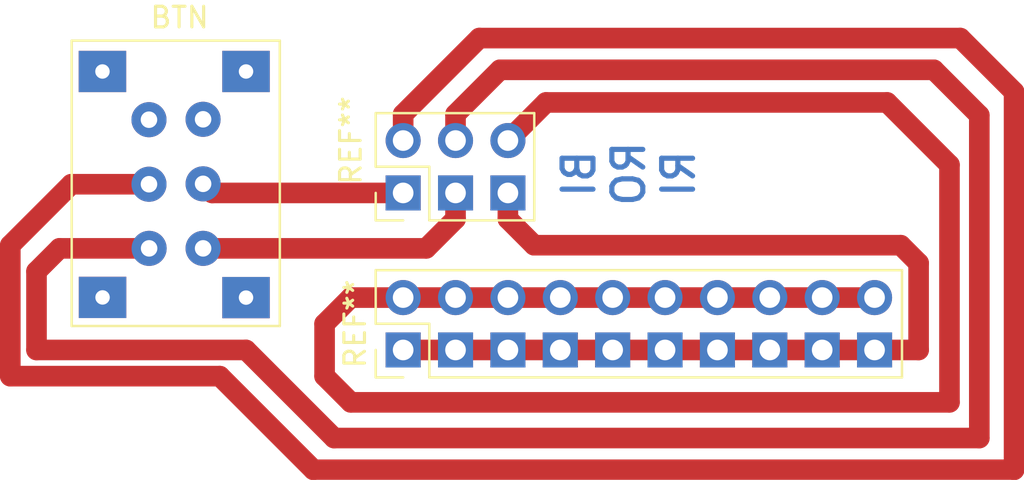
<source format=kicad_pcb>
(kicad_pcb (version 20211014) (generator pcbnew)
  (layers (0 "F.Cu" signal) (31 "B.Cu" signal) (34 "B.Paste" user) (35 "F.Paste" user) (36 "B.SilkS" user "B.Silkscreen") (37 "F.SilkS" user "F.Silkscreen") (38 "B.Mask" user) (39 "F.Mask" user) (44 "Edge.Cuts" user))
  (net 0 "")
  (footprint "Connector_PinHeader_2.54mm:PinHeader_2x10_P2.54mm_Vertical" (layer "F.Cu") (at 93.98 30.48 90)
    (fp_text reference "REF**" (at 1.27 -2.33 90) (layer "F.SilkS"))
    (fp_text value "OUTPUTS")
    (fp_line (start -1.33 1.27) (end -1.33 24.19) (layer "F.SilkS") (width 0.12))
    (fp_line (start -1.33 24.19) (end 3.87 24.19) (layer "F.SilkS") (width 0.12))
    (fp_line (start -1.33 0) (end -1.33 -1.33) (layer "F.SilkS") (width 0.12))
    (fp_line (start -1.33 -1.33) (end 0 -1.33) (layer "F.SilkS") (width 0.12))
    (fp_line (start -1.33 1.27) (end 1.27 1.27) (layer "F.SilkS") (width 0.12))
    (fp_line (start 1.27 1.27) (end 1.27 -1.33) (layer "F.SilkS") (width 0.12))
    (fp_line (start 1.27 -1.33) (end 3.87 -1.33) (layer "F.SilkS") (width 0.12))
    (fp_line (start 3.87 -1.33) (end 3.87 24.19) (layer "F.SilkS") (width 0.12))
    (pad "1" thru_hole rect (at 0 0 90) (size 1.7 1.7) (drill 1) (layers *.Cu *.Mask))
    (pad "2" thru_hole oval (at 2.54 0 90) (size 1.7 1.7) (drill 1) (layers *.Cu *.Mask))
    (pad "3" thru_hole rect (at 0 2.54 90) (size 1.7 1.7) (drill 1) (layers *.Cu *.Mask))
    (pad "4" thru_hole oval (at 2.54 2.54 90) (size 1.7 1.7) (drill 1) (layers *.Cu *.Mask))
    (pad "5" thru_hole rect (at 0 5.08 90) (size 1.7 1.7) (drill 1) (layers *.Cu *.Mask))
    (pad "6" thru_hole oval (at 2.54 5.08 90) (size 1.7 1.7) (drill 1) (layers *.Cu *.Mask))
    (pad "7" thru_hole rect (at 0 7.62 90) (size 1.7 1.7) (drill 1) (layers *.Cu *.Mask))
    (pad "8" thru_hole oval (at 2.54 7.62 90) (size 1.7 1.7) (drill 1) (layers *.Cu *.Mask))
    (pad "9" thru_hole rect (at 0 10.16 90) (size 1.7 1.7) (drill 1) (layers *.Cu *.Mask))
    (pad "10" thru_hole oval (at 2.54 10.16 90) (size 1.7 1.7) (drill 1) (layers *.Cu *.Mask))
    (pad "11" thru_hole rect (at 0 12.7 90) (size 1.7 1.7) (drill 1) (layers *.Cu *.Mask))
    (pad "12" thru_hole oval (at 2.54 12.7 90) (size 1.7 1.7) (drill 1) (layers *.Cu *.Mask))
    (pad "13" thru_hole rect (at 0 15.24 90) (size 1.7 1.7) (drill 1) (layers *.Cu *.Mask))
    (pad "14" thru_hole oval (at 2.54 15.24 90) (size 1.7 1.7) (drill 1) (layers *.Cu *.Mask))
    (pad "15" thru_hole rect (at 0 17.78 90) (size 1.7 1.7) (drill 1) (layers *.Cu *.Mask))
    (pad "16" thru_hole oval (at 2.54 17.78 90) (size 1.7 1.7) (drill 1) (layers *.Cu *.Mask))
    (pad "17" thru_hole rect (at 0 20.32 90) (size 1.7 1.7) (drill 1) (layers *.Cu *.Mask))
    (pad "18" thru_hole oval (at 2.54 20.32 90) (size 1.7 1.7) (drill 1) (layers *.Cu *.Mask))
    (pad "19" thru_hole rect (at 0 22.86 90) (size 1.7 1.7) (drill 1) (layers *.Cu *.Mask))
    (pad "20" thru_hole oval (at 2.54 22.86 90) (size 1.7 1.7) (drill 1) (layers *.Cu *.Mask))
  )
  (footprint "Connector_PinHeader_2.54mm:PushButton_6_pin" (layer "F.Cu") (at 79.398421 16.975419)
    (fp_text reference "BTN" (at 3.74 -2.618) (layer "F.SilkS"))
    (fp_text value "PushButton_6_pin")
    (fp_line (start -1.491194 -1.496) (end -1.491194 12.342) (layer "F.SilkS") (width 0.12))
    (fp_line (start -1.491194 12.342) (end 8.602 12.342) (layer "F.SilkS") (width 0.12))
    (fp_line (start -1.491194 -1.496) (end 8.602 -1.496) (layer "F.SilkS") (width 0.12))
    (fp_line (start 8.602 -1.496) (end 8.602 12.342) (layer "F.SilkS") (width 0.12))
    (pad "" thru_hole rect (at 6.961579 0) (size 2.3 2) (drill 0.7) (layers *.Cu *.Mask))
    (pad "" thru_hole rect (at 0 0) (size 2.3 2) (drill 0.7) (layers *.Cu *.Mask))
    (pad "" thru_hole rect (at 6.961579 10.964581) (size 2.3 2) (drill 0.7) (layers *.Cu *.Mask))
    (pad "" thru_hole rect (at 0.004806 10.956543) (size 2.3 2) (drill 0.7) (layers *.Cu *.Mask))
    (pad "1" thru_hole oval (at 2.255758 2.33817) (size 1.7 1.7) (drill 0.8) (layers *.Cu *.Mask))
    (pad "2" thru_hole oval (at 4.879966 2.318945) (size 1.7 1.7) (drill 0.8) (layers *.Cu *.Mask))
    (pad "3" thru_hole oval (at 2.25613 5.467596) (size 1.7 1.7) (drill 0.8) (layers *.Cu *.Mask))
    (pad "4" thru_hole oval (at 4.880338 5.448371) (size 1.7 1.7) (drill 0.8) (layers *.Cu *.Mask))
    (pad "5" thru_hole oval (at 2.26271 8.577797) (size 1.7 1.7) (drill 0.8) (layers *.Cu *.Mask))
    (pad "6" thru_hole oval (at 4.88071 8.577797) (size 1.7 1.7) (drill 0.8) (layers *.Cu *.Mask))
  )
  (footprint "Connector_PinHeader_2.54mm:PinHeader_2x10_P2.54mm_Vertical" (layer "F.Cu") (at 93.98 22.865 90)
    (fp_text reference "REF**" (at 2.545 -2.54 90) (layer "F.SilkS"))
    (fp_text value "POWERS")
    (fp_line (start -1.33 1.27) (end -1.33 6.358) (layer "F.SilkS") (width 0.12))
    (fp_line (start -1.33 6.358) (end 3.87 6.358) (layer "F.SilkS") (width 0.12))
    (fp_line (start -1.33 0) (end -1.33 -1.33) (layer "F.SilkS") (width 0.12))
    (fp_line (start -1.33 -1.33) (end 0 -1.33) (layer "F.SilkS") (width 0.12))
    (fp_line (start -1.33 1.27) (end 1.27 1.27) (layer "F.SilkS") (width 0.12))
    (fp_line (start 1.27 1.27) (end 1.27 -1.33) (layer "F.SilkS") (width 0.12))
    (fp_line (start 1.27 -1.33) (end 3.87 -1.33) (layer "F.SilkS") (width 0.12))
    (fp_line (start 3.87 -1.33) (end 3.87 6.358) (layer "F.SilkS") (width 0.12))
    (pad "1" thru_hole rect (at 0 0 90) (size 1.7 1.7) (drill 1) (layers *.Cu *.Mask))
    (pad "2" thru_hole oval (at 2.54 0 90) (size 1.7 1.7) (drill 1) (layers *.Cu *.Mask))
    (pad "3" thru_hole rect (at 0 2.54 90) (size 1.7 1.7) (drill 1) (layers *.Cu *.Mask))
    (pad "4" thru_hole oval (at 2.54 2.54 90) (size 1.7 1.7) (drill 1) (layers *.Cu *.Mask))
    (pad "5" thru_hole rect (at 0 5.08 90) (size 1.7 1.7) (drill 1) (layers *.Cu *.Mask))
    (pad "6" thru_hole oval (at 2.54 5.08 90) (size 1.7 1.7) (drill 1) (layers *.Cu *.Mask))
  )
  (gr_text "BI\nRO\nRI" (at 104.919099 21.932173 90) (layer "B.Cu") (effects (font (size 1.5 1.5) (thickness 0.25)) (justify mirror)))
  (segment (start 90.63095 34.75095) (end 86.36 30.48) (width 1) (layer "F.Cu") (net 0))
  (segment (start 97.674365 15.355635) (end 93.98 19.05) (width 1) (layer "F.Cu") (net 0))
  (segment (start 99.06 24.13) (end 100.33 25.4) (width 1) (layer "F.Cu") (net 0))
  (segment (start 91.44 27.94) (end 93.98 27.94) (width 1) (layer "F.Cu") (net 0))
  (segment (start 99.06 27.94) (end 96.52 27.94) (width 1) (layer "F.Cu") (net 0))
  (segment (start 76.2 30.48) (end 76.2 26.67) (width 1) (layer "F.Cu") (net 0))
  (segment (start 74.93 31.75) (end 85.09 31.75) (width 1) (layer "F.Cu") (net 0))
  (segment (start 90.17 31.75) (end 90.17 29.21) (width 1) (layer "F.Cu") (net 0))
  (segment (start 116.84 30.48) (end 114.3 30.48) (width 1) (layer "F.Cu") (net 0))
  (segment (start 118.976354 26.266354) (end 118.976354 30.48) (width 1) (layer "F.Cu") (net 0))
  (segment (start 86.36 30.48) (end 76.2 30.48) (width 1) (layer "F.Cu") (net 0))
  (segment (start 100.908305 18.476695) (end 117.449198 18.476695) (width 1) (layer "F.Cu") (net 0))
  (segment (start 101.6 30.48) (end 104.14 30.48) (width 1) (layer "F.Cu") (net 0))
  (segment (start 99.06 30.48) (end 101.6 30.48) (width 1) (layer "F.Cu") (net 0))
  (segment (start 93.98 30.48) (end 96.52 30.48) (width 1) (layer "F.Cu") (net 0))
  (segment (start 99.06 22.865) (end 99.06 24.13) (width 1) (layer "F.Cu") (net 0))
  (segment (start 120.472753 21.50025) (end 120.472753 33.02) (width 1) (layer "F.Cu") (net 0))
  (segment (start 101.6 27.94) (end 104.14 27.94) (width 1) (layer "F.Cu") (net 0))
  (segment (start 100.33 25.4) (end 118.11 25.4) (width 1) (layer "F.Cu") (net 0))
  (segment (start 120.472753 33.02) (end 91.44 33.02) (width 1) (layer "F.Cu") (net 0))
  (segment (start 93.98 22.865) (end 84.719969 22.865) (width 1) (layer "F.Cu") (net 0))
  (segment (start 121.92 34.75095) (end 90.63095 34.75095) (width 1) (layer "F.Cu") (net 0))
  (segment (start 109.22 30.48) (end 106.68 30.48) (width 1) (layer "F.Cu") (net 0))
  (segment (start 119.715174 16.894788) (end 121.92 19.099614) (width 1) (layer "F.Cu") (net 0))
  (segment (start 121.92 19.099614) (end 121.92 34.75095) (width 1) (layer "F.Cu") (net 0))
  (segment (start 106.68 27.94) (end 109.22 27.94) (width 1) (layer "F.Cu") (net 0))
  (segment (start 101.6 27.94) (end 99.06 27.94) (width 1) (layer "F.Cu") (net 0))
  (segment (start 99.06 30.48) (end 96.52 30.48) (width 1) (layer "F.Cu") (net 0))
  (segment (start 106.68 30.48) (end 104.14 30.48) (width 1) (layer "F.Cu") (net 0))
  (segment (start 99.06 20.325) (end 100.908305 18.476695) (width 1) (layer "F.Cu") (net 0))
  (segment (start 74.93 25.4) (end 74.93 31.75) (width 1) (layer "F.Cu") (net 0))
  (segment (start 90.17 29.21) (end 91.44 27.94) (width 1) (layer "F.Cu") (net 0))
  (segment (start 91.44 33.02) (end 90.17 31.75) (width 1) (layer "F.Cu") (net 0))
  (segment (start 77.316784 25.553216) (end 81.661131 25.553216) (width 1) (layer "F.Cu") (net 0))
  (segment (start 118.976354 30.48) (end 116.84 30.48) (width 1) (layer "F.Cu") (net 0))
  (segment (start 93.98 27.94) (end 96.52 27.94) (width 1) (layer "F.Cu") (net 0))
  (segment (start 106.68 27.94) (end 104.14 27.94) (width 1) (layer "F.Cu") (net 0))
  (segment (start 123.605811 17.963645) (end 120.997801 15.355635) (width 1) (layer "F.Cu") (net 0))
  (segment (start 77.886985 22.443015) (end 74.93 25.4) (width 1) (layer "F.Cu") (net 0))
  (segment (start 96.52 24.13) (end 95.096784 25.553216) (width 1) (layer "F.Cu") (net 0))
  (segment (start 98.675212 16.894788) (end 119.715174 16.894788) (width 1) (layer "F.Cu") (net 0))
  (segment (start 81.654551 22.443015) (end 77.886985 22.443015) (width 1) (layer "F.Cu") (net 0))
  (segment (start 93.98 19.05) (end 93.98 20.325) (width 1) (layer "F.Cu") (net 0))
  (segment (start 116.84 27.94) (end 114.3 27.94) (width 1) (layer "F.Cu") (net 0))
  (segment (start 76.2 26.67) (end 77.316784 25.553216) (width 1) (layer "F.Cu") (net 0))
  (segment (start 123.605811 36.290103) (end 123.605811 17.963645) (width 1) (layer "F.Cu") (net 0))
  (segment (start 118.11 25.4) (end 118.976354 26.266354) (width 1) (layer "F.Cu") (net 0))
  (segment (start 95.096784 25.553216) (end 84.279131 25.553216) (width 1) (layer "F.Cu") (net 0))
  (segment (start 114.3 30.48) (end 111.76 30.48) (width 1) (layer "F.Cu") (net 0))
  (segment (start 96.52 22.865) (end 96.52 24.13) (width 1) (layer "F.Cu") (net 0))
  (segment (start 117.449198 18.476695) (end 120.472753 21.50025) (width 1) (layer "F.Cu") (net 0))
  (segment (start 120.997801 15.355635) (end 97.674365 15.355635) (width 1) (layer "F.Cu") (net 0))
  (segment (start 84.719969 22.865) (end 84.278759 22.42379) (width 1) (layer "F.Cu") (net 0))
  (segment (start 89.630103 36.290103) (end 123.605811 36.290103) (width 1) (layer "F.Cu") (net 0))
  (segment (start 96.52 19.05) (end 98.675212 16.894788) (width 1) (layer "F.Cu") (net 0))
  (segment (start 114.3 27.94) (end 111.76 27.94) (width 1) (layer "F.Cu") (net 0))
  (segment (start 111.76 30.48) (end 109.22 30.48) (width 1) (layer "F.Cu") (net 0))
  (segment (start 96.52 20.325) (end 96.52 19.05) (width 1) (layer "F.Cu") (net 0))
  (segment (start 85.09 31.75) (end 89.630103 36.290103) (width 1) (layer "F.Cu") (net 0))
  (segment (start 111.76 27.94) (end 109.22 27.94) (width 1) (layer "F.Cu") (net 0))
)
</source>
